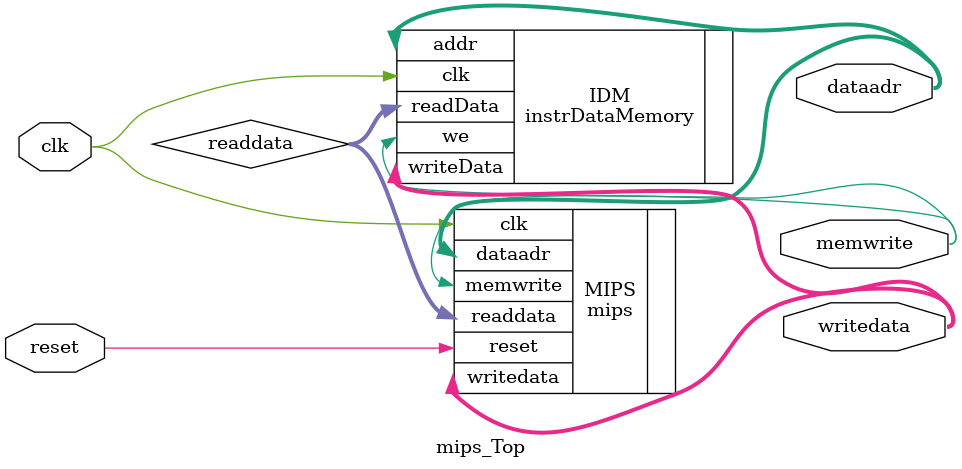
<source format=sv>
`timescale 1ns / 1ps

module mips_Top(
	input  logic           clk, reset, 
    output logic [31:0]    writedata, dataadr,
    output logic           memwrite
    );
	
	logic [31:0] readdata;
	
	mips MIPS(.clk(clk), .reset(reset), .readdata(readdata), 
				.memwrite(memwrite), .writedata(writedata), .dataadr(dataadr));
	instrDataMemory	IDM(.clk(clk), .we(memwrite), .addr(dataadr), 
						.writeData(writedata), .readData(readdata));
	
endmodule

</source>
